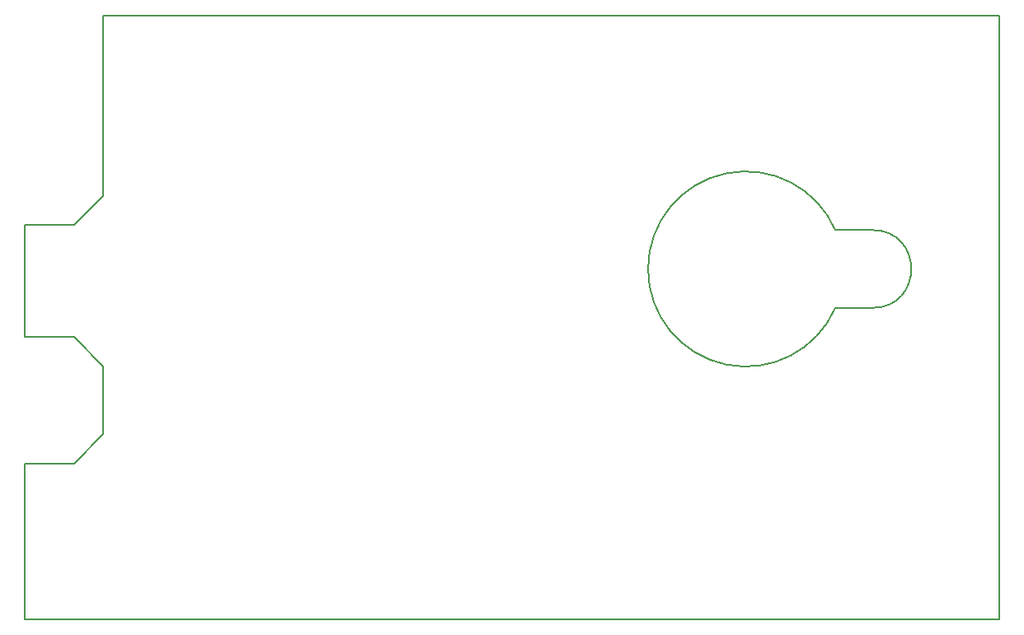
<source format=gbr>
G04 #@! TF.GenerationSoftware,KiCad,Pcbnew,(2017-01-15 revision 8ac4790)-makepkg*
G04 #@! TF.CreationDate,2017-10-15T11:46:18+02:00*
G04 #@! TF.ProjectId,Fallblatt-Controller,46616C6C626C6174742D436F6E74726F,1.1*
G04 #@! TF.FileFunction,Profile,NP*
%FSLAX46Y46*%
G04 Gerber Fmt 4.6, Leading zero omitted, Abs format (unit mm)*
G04 Created by KiCad (PCBNEW (2017-01-15 revision 8ac4790)-makepkg) date 10/15/17 11:46:18*
%MOMM*%
%LPD*%
G01*
G04 APERTURE LIST*
%ADD10C,0.100000*%
%ADD11C,0.150000*%
G04 APERTURE END LIST*
D10*
D11*
X73000000Y-103000000D02*
X73000000Y-103000000D01*
X73000000Y-96000000D02*
X73000000Y-103000000D01*
X73000000Y-78500000D02*
X73000000Y-78500000D01*
X70000000Y-81500000D02*
X73000000Y-78500000D01*
X65000000Y-81500000D02*
X70000000Y-81500000D01*
X65000000Y-93000000D02*
X65000000Y-81500000D01*
X70000000Y-93000000D02*
X70000000Y-93000000D01*
X65000000Y-93000000D02*
X70000000Y-93000000D01*
X73000000Y-96000000D02*
X73000000Y-96000000D01*
X70000000Y-93000000D02*
X73000000Y-96000000D01*
X148200000Y-90000000D02*
G75*
G02X148200000Y-82000000I-9200000J4000000D01*
G01*
X148200000Y-90000000D02*
X148200000Y-90000000D01*
X152000000Y-90000000D02*
X148200000Y-90000000D01*
X148200000Y-82000000D02*
X148200000Y-82000000D01*
X152000000Y-82000000D02*
X148200000Y-82000000D01*
X152000000Y-82000000D02*
G75*
G02X152000000Y-90000000I0J-4000000D01*
G01*
X73000000Y-103000000D02*
X73000000Y-103000000D01*
X70000000Y-106000000D02*
X73000000Y-103000000D01*
X165000000Y-60000000D02*
X73000000Y-60000000D01*
X73000000Y-78500000D02*
X73000000Y-60000000D01*
X70000000Y-106000000D02*
X65000000Y-106000000D01*
X65000000Y-122000000D02*
X65000000Y-106000000D01*
X65000000Y-122000000D02*
X165000000Y-122000000D01*
X165000000Y-60000000D02*
X165000000Y-122000000D01*
M02*

</source>
